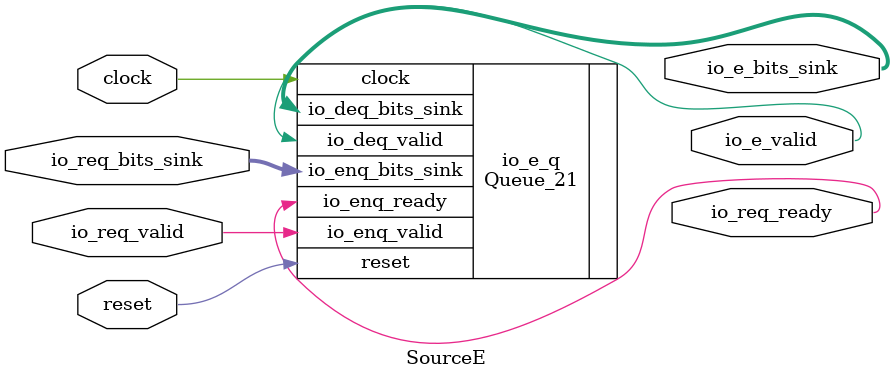
<source format=sv>

`ifndef PRINTF_COND_
  `ifdef PRINTF_COND
    `define PRINTF_COND_ (`PRINTF_COND)
  `else  // PRINTF_COND
    `define PRINTF_COND_ 1
  `endif // PRINTF_COND
`endif // not def PRINTF_COND_

// Users can define 'ASSERT_VERBOSE_COND' to add an extra gate to assert error printing.
`ifndef ASSERT_VERBOSE_COND_
  `ifdef ASSERT_VERBOSE_COND
    `define ASSERT_VERBOSE_COND_ (`ASSERT_VERBOSE_COND)
  `else  // ASSERT_VERBOSE_COND
    `define ASSERT_VERBOSE_COND_ 1
  `endif // ASSERT_VERBOSE_COND
`endif // not def ASSERT_VERBOSE_COND_

// Users can define 'STOP_COND' to add an extra gate to stop conditions.
`ifndef STOP_COND_
  `ifdef STOP_COND
    `define STOP_COND_ (`STOP_COND)
  `else  // STOP_COND
    `define STOP_COND_ 1
  `endif // STOP_COND
`endif // not def STOP_COND_

module SourceE(
  input        clock,
               reset,
  output       io_req_ready,
  input        io_req_valid,
  input  [2:0] io_req_bits_sink,
  output       io_e_valid,
  output [2:0] io_e_bits_sink
);

  Queue_21 io_e_q (
    .clock            (clock),
    .reset            (reset),
    .io_enq_ready     (io_req_ready),
    .io_enq_valid     (io_req_valid),
    .io_enq_bits_sink (io_req_bits_sink),
    .io_deq_valid     (io_e_valid),
    .io_deq_bits_sink (io_e_bits_sink)
  );
endmodule


</source>
